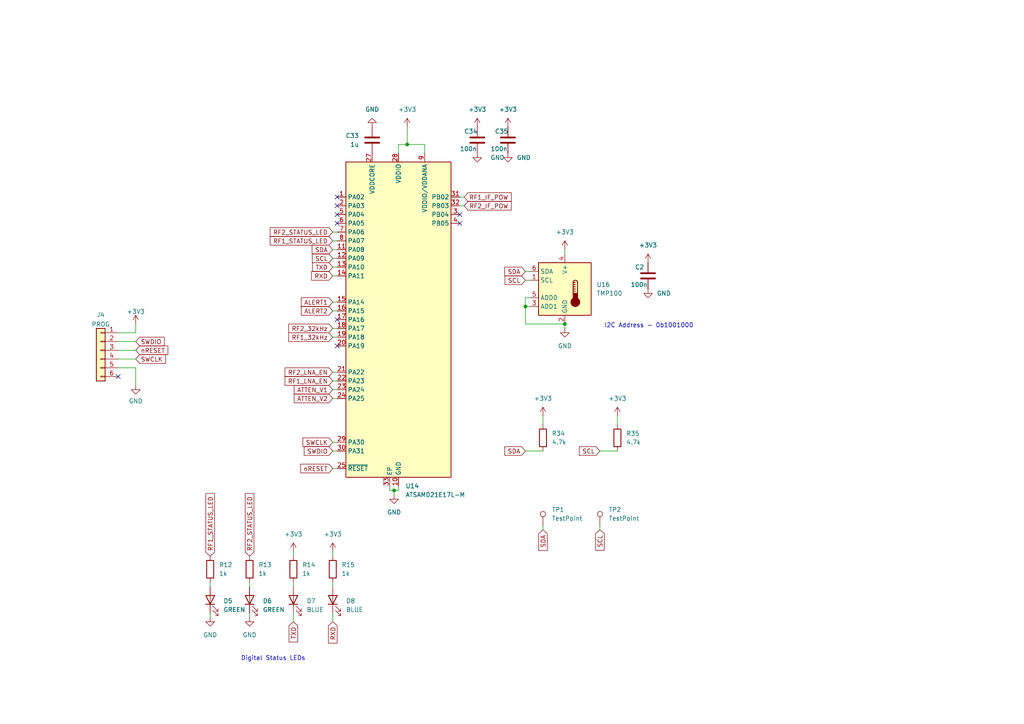
<source format=kicad_sch>
(kicad_sch (version 20211123) (generator eeschema)
  (paper "A4")
  (lib_symbols
    (symbol "Connector:TestPoint" (pin_numbers hide) (pin_names (offset 0.762) hide)
      (property "Reference" "TP" (at 0 6.858 0))
      (property "Value" "TestPoint" (at 0 5.08 0))
      (symbol "TestPoint_0_1"
        (circle (center 0 3.302) (radius 0.762))
      )
      (symbol "TestPoint_1_1"
        (pin passive line (at 0 0 90) (length 2.54) (name "1") (number "1"))
      )
    )
    (symbol "Connector_Generic:Conn_01x06" (pin_names (offset 1.016) hide)
      (property "Reference" "J" (at 0 7.62 0))
      (property "Value" "Conn_01x06" (at 0 -10.16 0))
      (symbol "Conn_01x06_1_1"
        (rectangle (start -1.27 -7.493) (end 0 -7.747) (stroke (width 0.1524)))
        (rectangle (start -1.27 -4.953) (end 0 -5.207) (stroke (width 0.1524)))
        (rectangle (start -1.27 -2.413) (end 0 -2.667) (stroke (width 0.1524)))
        (rectangle (start -1.27 0.127) (end 0 -0.127) (stroke (width 0.1524)))
        (rectangle (start -1.27 2.667) (end 0 2.413) (stroke (width 0.1524)))
        (rectangle (start -1.27 5.207) (end 0 4.953) (stroke (width 0.1524)))
        (rectangle (start -1.27 6.35) (end 1.27 -8.89) (stroke (width 0.254)) (fill (type background)))
        (pin passive line (at -5.08 5.08 0) (length 3.81) (name "Pin_1") (number "1"))
        (pin passive line (at -5.08 2.54 0) (length 3.81) (name "Pin_2") (number "2"))
        (pin passive line (at -5.08 0 0) (length 3.81) (name "Pin_3") (number "3"))
        (pin passive line (at -5.08 -2.54 0) (length 3.81) (name "Pin_4") (number "4"))
        (pin passive line (at -5.08 -5.08 0) (length 3.81) (name "Pin_5") (number "5"))
        (pin passive line (at -5.08 -7.62 0) (length 3.81) (name "Pin_6") (number "6"))
      )
    )
    (symbol "Device:C" (pin_numbers hide) (pin_names (offset 0.254))
      (property "Reference" "C" (at 0.635 2.54 0))
      (property "Value" "C" (at 0.635 -2.54 0))
      (symbol "C_0_1"
        (polyline (pts (xy -2.032 -0.762) (xy 2.032 -0.762)) (stroke (width 0.508)))
        (polyline (pts (xy -2.032 0.762) (xy 2.032 0.762)) (stroke (width 0.508)))
      )
      (symbol "C_1_1"
        (pin passive line (at 0 3.81 270) (length 2.794) (name "~") (number "1"))
        (pin passive line (at 0 -3.81 90) (length 2.794) (name "~") (number "2"))
      )
    )
    (symbol "Device:LED" (pin_numbers hide) (pin_names (offset 1.016) hide)
      (property "Reference" "D" (at 0 2.54 0))
      (property "Value" "LED" (at 0 -2.54 0))
      (symbol "LED_0_1"
        (polyline (pts (xy -1.27 -1.27) (xy -1.27 1.27)) (stroke (width 0.254)))
        (polyline (pts (xy -1.27 0) (xy 1.27 0)))
        (polyline (pts (xy 1.27 -1.27) (xy 1.27 1.27) (xy -1.27 0) (xy 1.27 -1.27)) (stroke (width 0.254)))
        (polyline (pts (xy -3.048 -0.762) (xy -4.572 -2.286) (xy -3.81 -2.286) (xy -4.572 -2.286) (xy -4.572 -1.524)))
        (polyline (pts (xy -1.778 -0.762) (xy -3.302 -2.286) (xy -2.54 -2.286) (xy -3.302 -2.286) (xy -3.302 -1.524)))
      )
      (symbol "LED_1_1"
        (pin passive line (at -3.81 0 0) (length 2.54) (name "K") (number "1"))
        (pin passive line (at 3.81 0 180) (length 2.54) (name "A") (number "2"))
      )
    )
    (symbol "Device:R" (pin_numbers hide) (pin_names (offset 0))
      (property "Reference" "R" (at 2.032 0 90))
      (property "Value" "R" (at 0 0 90))
      (symbol "R_0_1"
        (rectangle (start -1.016 -2.54) (end 1.016 2.54) (stroke (width 0.254)))
      )
      (symbol "R_1_1"
        (pin passive line (at 0 3.81 270) (length 1.27) (name "~") (number "1"))
        (pin passive line (at 0 -3.81 90) (length 1.27) (name "~") (number "2"))
      )
    )
    (symbol "MCU_Microchip_SAMD:ATSAMD21E17L-M"
      (property "Reference" "U" (at -13.97 46.99 0))
      (property "Value" "ATSAMD21E17L-M" (at 16.51 46.99 0))
      (symbol "ATSAMD21E17L-M_1_1"
        (rectangle (start -15.24 45.72) (end 15.24 -45.72) (stroke (width 0.254)) (fill (type background)))
        (pin bidirectional line (at -17.78 35.56 0) (length 2.54) (name "PA02") (number "1"))
        (pin power_in line (at 0 -48.26 90) (length 2.54) (name "GND") (number "10"))
        (pin bidirectional line (at -17.78 20.32 0) (length 2.54) (name "PA08") (number "11"))
        (pin bidirectional line (at -17.78 17.78 0) (length 2.54) (name "PA09") (number "12"))
        (pin bidirectional line (at -17.78 15.24 0) (length 2.54) (name "PA10") (number "13"))
        (pin bidirectional line (at -17.78 12.7 0) (length 2.54) (name "PA11") (number "14"))
        (pin bidirectional line (at -17.78 5.08 0) (length 2.54) (name "PA14") (number "15"))
        (pin bidirectional line (at -17.78 2.54 0) (length 2.54) (name "PA15") (number "16"))
        (pin bidirectional line (at -17.78 0 0) (length 2.54) (name "PA16") (number "17"))
        (pin bidirectional line (at -17.78 -2.54 0) (length 2.54) (name "PA17") (number "18"))
        (pin bidirectional line (at -17.78 -5.08 0) (length 2.54) (name "PA18") (number "19"))
        (pin bidirectional line (at -17.78 33.02 0) (length 2.54) (name "PA03") (number "2"))
        (pin bidirectional line (at -17.78 -7.62 0) (length 2.54) (name "PA19") (number "20"))
        (pin bidirectional line (at -17.78 -15.24 0) (length 2.54) (name "PA22") (number "21"))
        (pin bidirectional line (at -17.78 -17.78 0) (length 2.54) (name "PA23") (number "22"))
        (pin bidirectional line (at -17.78 -20.32 0) (length 2.54) (name "PA24") (number "23"))
        (pin bidirectional line (at -17.78 -22.86 0) (length 2.54) (name "PA25") (number "24"))
        (pin input line (at -17.78 -43.18 0) (length 2.54) (name "~{RESET}") (number "25"))
        (pin passive line (at 0 -48.26 90) (length 2.54) hide (name "GND") (number "26"))
        (pin power_out line (at -7.62 48.26 270) (length 2.54) (name "VDDCORE") (number "27"))
        (pin power_in line (at 0 48.26 270) (length 2.54) (name "VDDIO") (number "28"))
        (pin bidirectional line (at -17.78 -35.56 0) (length 2.54) (name "PA30") (number "29"))
        (pin bidirectional line (at 17.78 30.48 180) (length 2.54) (name "PB04") (number "3"))
        (pin bidirectional line (at -17.78 -38.1 0) (length 2.54) (name "PA31") (number "30"))
        (pin bidirectional line (at 17.78 35.56 180) (length 2.54) (name "PB02") (number "31"))
        (pin bidirectional line (at 17.78 33.02 180) (length 2.54) (name "PB03") (number "32"))
        (pin passive line (at -2.54 -48.26 90) (length 2.54) (name "EP") (number "33"))
        (pin bidirectional line (at 17.78 27.94 180) (length 2.54) (name "PB05") (number "4"))
        (pin bidirectional line (at -17.78 30.48 0) (length 2.54) (name "PA04") (number "5"))
        (pin bidirectional line (at -17.78 27.94 0) (length 2.54) (name "PA05") (number "6"))
        (pin bidirectional line (at -17.78 25.4 0) (length 2.54) (name "PA06") (number "7"))
        (pin bidirectional line (at -17.78 22.86 0) (length 2.54) (name "PA07") (number "8"))
        (pin power_in line (at 7.62 48.26 270) (length 2.54) (name "VDDIO/VDDANA") (number "9"))
      )
    )
    (symbol "Sensor_Temperature:TMP100"
      (property "Reference" "U" (at 10.16 6.35 0))
      (property "Value" "TMP100" (at 12.7 3.81 0))
      (symbol "TMP100_0_1"
        (rectangle (start -7.62 7.62) (end 7.62 -7.62) (stroke (width 0.254)) (fill (type background)))
      )
      (symbol "TMP100_1_1"
        (polyline (pts (xy 2.413 -0.635) (xy 3.048 -0.635)) (stroke (width 0.254)))
        (polyline (pts (xy 2.413 0) (xy 3.048 0)) (stroke (width 0.254)))
        (polyline (pts (xy 2.413 0.635) (xy 3.048 0.635)) (stroke (width 0.254)))
        (polyline (pts (xy 2.413 1.27) (xy 3.048 1.27)) (stroke (width 0.254)))
        (polyline (pts (xy 2.413 1.905) (xy 2.413 -1.27)) (stroke (width 0.254)))
        (polyline (pts (xy 2.413 1.905) (xy 3.048 1.905)) (stroke (width 0.254)))
        (polyline (pts (xy 3.683 1.905) (xy 3.683 -1.27)) (stroke (width 0.254)))
        (circle (center 3.048 -3.81) (radius 1.27) (stroke (width 0.254)) (fill (type outline)))
        (rectangle (start 3.683 -3.175) (end 2.413 -1.27) (stroke (width 0.254)) (fill (type outline)))
        (arc (start 3.683 1.905) (mid 3.048 2.54) (end 2.413 1.905) (stroke (width 0.254)))
        (pin input line (at -10.16 2.54 0) (length 2.54) (name "SCL") (number "1"))
        (pin power_in line (at 0 -10.16 90) (length 2.54) (name "GND") (number "2"))
        (pin input line (at -10.16 -5.08 0) (length 2.54) (name "ADD1") (number "3"))
        (pin power_in line (at 0 10.16 270) (length 2.54) (name "V+") (number "4"))
        (pin input line (at -10.16 -2.54 0) (length 2.54) (name "ADD0") (number "5"))
        (pin bidirectional line (at -10.16 5.08 0) (length 2.54) (name "SDA") (number "6"))
      )
    )
    (symbol "power:+3.3V" (power) (pin_names (offset 0))
      (property "Value" "+3.3V" (at 0 3.556 0))
      (symbol "+3.3V_0_1"
        (polyline (pts (xy -0.762 1.27) (xy 0 2.54)))
        (polyline (pts (xy 0 0) (xy 0 2.54)))
        (polyline (pts (xy 0 2.54) (xy 0.762 1.27)))
      )
      (symbol "+3.3V_1_1"
        (pin power_in line (at 0 0 90) (length 0) hide (name "+3V3") (number "1"))
      )
    )
    (symbol "power:+3V3" (power) (pin_names (offset 0))
      (property "Value" "+3V3" (at 0 3.556 0))
      (symbol "+3V3_0_1"
        (polyline (pts (xy -0.762 1.27) (xy 0 2.54)))
        (polyline (pts (xy 0 0) (xy 0 2.54)))
        (polyline (pts (xy 0 2.54) (xy 0.762 1.27)))
      )
      (symbol "+3V3_1_1"
        (pin power_in line (at 0 0 90) (length 0) hide (name "+3V3") (number "1"))
      )
    )
    (symbol "power:GND" (power) (pin_names (offset 0))
      (property "Value" "GND" (at 0 -3.81 0))
      (symbol "GND_0_1"
        (polyline (pts (xy 0 0) (xy 0 -1.27) (xy 1.27 -1.27) (xy 0 -2.54) (xy -1.27 -1.27) (xy 0 -1.27)))
      )
      (symbol "GND_1_1"
        (pin power_in line (at 0 0 270) (length 0) hide (name "GND") (number "1"))
      )
    )
  )
  (junction (at 152.4 88.9))
  (junction (at 118.11 41.91))
  (junction (at 163.83 93.98))
  (junction (at 114.3 142.24))
  (no_connect (at 97.79 92.71))
  (no_connect (at 133.35 62.23))
  (no_connect (at 133.35 64.77))
  (no_connect (at 97.79 64.77))
  (no_connect (at 97.79 62.23))
  (no_connect (at 97.79 59.69))
  (no_connect (at 97.79 100.33))
  (no_connect (at 97.79 57.15))
  (no_connect (at 34.29 109.22))
  (wire (pts (xy 39.37 93.98) (xy 39.37 96.52)))
  (wire (pts (xy 96.52 69.85) (xy 97.79 69.85)))
  (wire (pts (xy 96.52 115.57) (xy 97.79 115.57)))
  (wire (pts (xy 173.99 152.4) (xy 173.99 153.67)))
  (wire (pts (xy 34.29 104.14) (xy 39.37 104.14)))
  (wire (pts (xy 133.35 59.69) (xy 134.62 59.69)))
  (wire (pts (xy 96.52 135.89) (xy 97.79 135.89)))
  (wire (pts (xy 152.4 81.28) (xy 153.67 81.28)))
  (wire (pts (xy 153.67 88.9) (xy 152.4 88.9)))
  (wire (pts (xy 113.03 142.24) (xy 114.3 142.24)))
  (wire (pts (xy 60.96 177.8) (xy 60.96 179.07)))
  (wire (pts (xy 118.11 41.91) (xy 123.19 41.91)))
  (wire (pts (xy 113.03 140.97) (xy 113.03 142.24)))
  (wire (pts (xy 96.52 128.27) (xy 97.79 128.27)))
  (wire (pts (xy 152.4 88.9) (xy 152.4 86.36)))
  (wire (pts (xy 96.52 67.31) (xy 97.79 67.31)))
  (wire (pts (xy 118.11 36.83) (xy 118.11 41.91)))
  (wire (pts (xy 115.57 44.45) (xy 115.57 41.91)))
  (wire (pts (xy 60.96 168.91) (xy 60.96 170.18)))
  (wire (pts (xy 96.52 113.03) (xy 97.79 113.03)))
  (wire (pts (xy 96.52 77.47) (xy 97.79 77.47)))
  (wire (pts (xy 114.3 142.24) (xy 114.3 143.51)))
  (wire (pts (xy 123.19 41.91) (xy 123.19 44.45)))
  (wire (pts (xy 152.4 130.81) (xy 157.48 130.81)))
  (wire (pts (xy 115.57 41.91) (xy 118.11 41.91)))
  (wire (pts (xy 96.52 97.79) (xy 97.79 97.79)))
  (wire (pts (xy 133.35 57.15) (xy 134.62 57.15)))
  (wire (pts (xy 163.83 93.98) (xy 152.4 93.98)))
  (wire (pts (xy 157.48 120.65) (xy 157.48 123.19)))
  (wire (pts (xy 39.37 106.68) (xy 39.37 111.76)))
  (wire (pts (xy 85.09 160.02) (xy 85.09 161.29)))
  (wire (pts (xy 72.39 177.8) (xy 72.39 179.07)))
  (wire (pts (xy 152.4 86.36) (xy 153.67 86.36)))
  (wire (pts (xy 152.4 78.74) (xy 153.67 78.74)))
  (wire (pts (xy 85.09 177.8) (xy 85.09 180.34)))
  (wire (pts (xy 173.99 130.81) (xy 179.07 130.81)))
  (wire (pts (xy 96.52 130.81) (xy 97.79 130.81)))
  (wire (pts (xy 96.52 95.25) (xy 97.79 95.25)))
  (wire (pts (xy 34.29 101.6) (xy 39.37 101.6)))
  (wire (pts (xy 39.37 96.52) (xy 34.29 96.52)))
  (wire (pts (xy 96.52 72.39) (xy 97.79 72.39)))
  (wire (pts (xy 114.3 142.24) (xy 115.57 142.24)))
  (wire (pts (xy 34.29 106.68) (xy 39.37 106.68)))
  (wire (pts (xy 115.57 142.24) (xy 115.57 140.97)))
  (wire (pts (xy 152.4 93.98) (xy 152.4 88.9)))
  (wire (pts (xy 85.09 168.91) (xy 85.09 170.18)))
  (wire (pts (xy 179.07 120.65) (xy 179.07 123.19)))
  (wire (pts (xy 96.52 87.63) (xy 97.79 87.63)))
  (wire (pts (xy 96.52 90.17) (xy 97.79 90.17)))
  (wire (pts (xy 163.83 93.98) (xy 163.83 95.25)))
  (wire (pts (xy 96.52 160.02) (xy 96.52 161.29)))
  (wire (pts (xy 96.52 80.01) (xy 97.79 80.01)))
  (wire (pts (xy 96.52 110.49) (xy 97.79 110.49)))
  (wire (pts (xy 96.52 74.93) (xy 97.79 74.93)))
  (wire (pts (xy 163.83 73.66) (xy 163.83 72.39)))
  (wire (pts (xy 96.52 177.8) (xy 96.52 180.34)))
  (wire (pts (xy 157.48 152.4) (xy 157.48 153.67)))
  (wire (pts (xy 96.52 168.91) (xy 96.52 170.18)))
  (wire (pts (xy 72.39 168.91) (xy 72.39 170.18)))
  (wire (pts (xy 34.29 99.06) (xy 39.37 99.06)))
  (wire (pts (xy 96.52 107.95) (xy 97.79 107.95)))
  (text "Digital Status LEDs" (at 69.85 191.77 0) (effects (font (size 1.27 1.27)) (justify left bottom)))
  (text "I2C Address - 0b1001000" (at 175.26 95.25 0) (effects (font (size 1.27 1.27)) (justify left bottom)))
  (global_label "RF2_STATUS_LED" (shape input) (at 96.52 67.31 180) (property "Intersheet References" "${INTERSHEET_REFS}" (effects hide)))
  (global_label "SCL" (shape input) (at 173.99 130.81 180) (property "Intersheet References" "${INTERSHEET_REFS}" (effects hide)))
  (global_label "TXD" (shape input) (at 85.09 180.34 270) (property "Intersheet References" "${INTERSHEET_REFS}" (effects hide)))
  (global_label "SDA" (shape input) (at 157.48 153.67 270) (property "Intersheet References" "${INTERSHEET_REFS}" (effects hide)))
  (global_label "SCL" (shape input) (at 96.52 74.93 180) (property "Intersheet References" "${INTERSHEET_REFS}" (effects hide)))
  (global_label "RF2_LNA_EN" (shape input) (at 96.52 107.95 180) (property "Intersheet References" "${INTERSHEET_REFS}" (effects hide)))
  (global_label "SDA" (shape input) (at 96.52 72.39 180) (property "Intersheet References" "${INTERSHEET_REFS}" (effects hide)))
  (global_label "RF1_LNA_EN" (shape input) (at 96.52 110.49 180) (property "Intersheet References" "${INTERSHEET_REFS}" (effects hide)))
  (global_label "SWCLK" (shape input) (at 96.52 128.27 180) (property "Intersheet References" "${INTERSHEET_REFS}" (effects hide)))
  (global_label "RF1_STATUS_LED" (shape input) (at 60.96 161.29 90) (property "Intersheet References" "${INTERSHEET_REFS}" (effects hide)))
  (global_label "SWDIO" (shape input) (at 39.37 99.06 0) (property "Intersheet References" "${INTERSHEET_REFS}" (effects hide)))
  (global_label "RF2_32kHz" (shape input) (at 96.52 95.25 180) (property "Intersheet References" "${INTERSHEET_REFS}" (effects hide)))
  (global_label "RF1_32kHz" (shape input) (at 96.52 97.79 180) (property "Intersheet References" "${INTERSHEET_REFS}" (effects hide)))
  (global_label "TXD" (shape input) (at 96.52 77.47 180) (property "Intersheet References" "${INTERSHEET_REFS}" (effects hide)))
  (global_label "ALERT2" (shape input) (at 96.52 90.17 180) (property "Intersheet References" "${INTERSHEET_REFS}" (effects hide)))
  (global_label "RXD" (shape input) (at 96.52 180.34 270) (property "Intersheet References" "${INTERSHEET_REFS}" (effects hide)))
  (global_label "ATTEN_V2" (shape input) (at 96.52 115.57 180) (property "Intersheet References" "${INTERSHEET_REFS}" (effects hide)))
  (global_label "SCL" (shape input) (at 173.99 153.67 270) (property "Intersheet References" "${INTERSHEET_REFS}" (effects hide)))
  (global_label "RXD" (shape input) (at 96.52 80.01 180) (property "Intersheet References" "${INTERSHEET_REFS}" (effects hide)))
  (global_label "nRESET" (shape input) (at 39.37 101.6 0) (property "Intersheet References" "${INTERSHEET_REFS}" (effects hide)))
  (global_label "SWDIO" (shape input) (at 96.52 130.81 180) (property "Intersheet References" "${INTERSHEET_REFS}" (effects hide)))
  (global_label "RF2_STATUS_LED" (shape input) (at 72.39 161.29 90) (property "Intersheet References" "${INTERSHEET_REFS}" (effects hide)))
  (global_label "RF2_IF_POW" (shape input) (at 134.62 59.69 0) (property "Intersheet References" "${INTERSHEET_REFS}" (effects hide)))
  (global_label "SDA" (shape input) (at 152.4 130.81 180) (property "Intersheet References" "${INTERSHEET_REFS}" (effects hide)))
  (global_label "RF1_IF_POW" (shape input) (at 134.62 57.15 0) (property "Intersheet References" "${INTERSHEET_REFS}" (effects hide)))
  (global_label "nRESET" (shape input) (at 96.52 135.89 180) (property "Intersheet References" "${INTERSHEET_REFS}" (effects hide)))
  (global_label "SCL" (shape input) (at 152.4 81.28 180) (property "Intersheet References" "${INTERSHEET_REFS}" (effects hide)))
  (global_label "SWCLK" (shape input) (at 39.37 104.14 0) (property "Intersheet References" "${INTERSHEET_REFS}" (effects hide)))
  (global_label "SDA" (shape input) (at 152.4 78.74 180) (property "Intersheet References" "${INTERSHEET_REFS}" (effects hide)))
  (global_label "RF1_STATUS_LED" (shape input) (at 96.52 69.85 180) (property "Intersheet References" "${INTERSHEET_REFS}" (effects hide)))
  (global_label "ATTEN_V1" (shape input) (at 96.52 113.03 180) (property "Intersheet References" "${INTERSHEET_REFS}" (effects hide)))
  (global_label "ALERT1" (shape input) (at 96.52 87.63 180) (property "Intersheet References" "${INTERSHEET_REFS}" (effects hide)))
  (symbol (lib_id "power:GND") (at 138.43 44.45 0) (unit 1)
    (property "Reference" "#PWR053" (effects hide))
    (property "Value" "GND" (at 142.24 45.7199 0) (effects (justify left)))
  )
  (symbol (lib_id "Device:LED") (at 72.39 173.99 90) (unit 1)
    (property "Reference" "D6" (at 76.2 174.3074 90) (effects (justify right)))
    (property "Value" "GREEN" (at 76.2 176.8474 90) (effects (justify right)))
    (property "Footprint" "LED_SMD:LED_0603_1608Metric" (effects hide))
    (property "PartNumber" "LTST-C193TGKT-5A" (effects hide))
  )
  (symbol (lib_id "power:GND") (at 39.37 111.76 0) (unit 1)
    (property "Reference" "#PWR045" (effects hide))
    (property "Value" "GND" (at 39.37 116.3225 0))
  )
  (symbol (lib_id "power:+3.3V") (at 118.11 36.83 0) (unit 1)
    (property "Reference" "#PWR051" (effects hide))
    (property "Value" "+3.3V" (at 118.11 31.75 0))
  )
  (symbol (lib_id "power:+3.3V") (at 138.43 36.83 0) (unit 1)
    (property "Reference" "#PWR052" (effects hide))
    (property "Value" "+3.3V" (at 138.43 31.75 0))
  )
  (symbol (lib_id "power:+3.3V") (at 187.96 76.2 0) (unit 1)
    (property "Reference" "#PWR0117" (effects hide))
    (property "Value" "+3.3V" (at 187.96 71.12 0))
  )
  (symbol (lib_id "Device:R") (at 60.96 165.1 0) (unit 1)
    (property "Reference" "R12" (at 63.5 163.8299 0) (effects (justify left)))
    (property "Value" "1k" (at 63.5 166.3699 0) (effects (justify left)))
    (property "Footprint" "Resistor_SMD:R_0402_1005Metric" (effects hide))
    (property "PartNumber" "RC0402JR-071KL" (effects hide))
  )
  (symbol (lib_id "power:GND") (at 147.32 44.45 0) (unit 1)
    (property "Reference" "#PWR055" (effects hide))
    (property "Value" "GND" (at 149.86 45.7199 0) (effects (justify left)))
  )
  (symbol (lib_id "power:+3.3V") (at 147.32 36.83 0) (unit 1)
    (property "Reference" "#PWR054" (effects hide))
    (property "Value" "+3.3V" (at 147.32 31.75 0))
  )
  (symbol (lib_id "power:+3.3V") (at 96.52 160.02 0) (unit 1)
    (property "Reference" "#PWR049" (effects hide))
    (property "Value" "+3.3V" (at 96.52 154.94 0))
  )
  (symbol (lib_id "Device:LED") (at 85.09 173.99 90) (unit 1)
    (property "Reference" "D7" (at 88.9 174.3074 90) (effects (justify right)))
    (property "Value" "BLUE" (at 88.9 176.8474 90) (effects (justify right)))
    (property "Footprint" "LED_SMD:LED_0603_1608Metric" (effects hide))
    (property "PartNumber" "LTST-C193TBKT-5A" (effects hide))
  )
  (symbol (lib_id "MCU_Microchip_SAMD:ATSAMD21E17L-M") (at 115.57 92.71 0) (unit 1)
    (property "Reference" "U14" (at 117.5894 140.97 0) (effects (justify left)))
    (property "Value" "ATSAMD21E17L-M" (at 117.5894 143.51 0) (effects (justify left)))
    (property "Footprint" "Package_DFN_QFN:QFN-32-1EP_5x5mm_P0.5mm_EP3.6x3.6mm" (effects hide))
    (property "Datasheet" "http://ww1.microchip.com/downloads/en/DeviceDoc/SAM_D21_DA1_Family_Data%20Sheet_DS40001882E.pdf" (effects hide))
    (property "PartNumber" "ATSAMD21E17L-MN" (effects hide))
  )
  (symbol (lib_id "power:GND") (at 187.96 83.82 0) (unit 1)
    (property "Reference" "#PWR0118" (effects hide))
    (property "Value" "GND" (at 190.5 85.0899 0) (effects (justify left)))
  )
  (symbol (lib_id "Device:R") (at 85.09 165.1 0) (unit 1)
    (property "Reference" "R14" (at 87.63 163.8299 0) (effects (justify left)))
    (property "Value" "1k" (at 87.63 166.3699 0) (effects (justify left)))
    (property "Footprint" "Resistor_SMD:R_0402_1005Metric" (effects hide))
    (property "PartNumber" "RC0402JR-071KL" (effects hide))
  )
  (symbol (lib_id "Connector_Generic:Conn_01x06") (at 29.21 101.6 0) (mirror y) (unit 1)
    (property "Reference" "J4" (at 29.21 91.2835 0))
    (property "Value" "PROG" (at 29.21 94.0586 0))
    (property "Footprint" "Connector:Tag-Connect_TC2030-IDC-NL_2x03_P1.27mm_Vertical" (effects hide))
  )
  (symbol (lib_id "Device:C") (at 107.95 40.64 0) (mirror x) (unit 1)
    (property "Reference" "C33" (at 104.14 39.3699 0) (effects (justify right)))
    (property "Value" "1u" (at 104.14 41.9099 0) (effects (justify right)))
    (property "Footprint" "Capacitor_SMD:C_0805_2012Metric" (effects hide))
    (property "PartNumber" "UMK212B7105KG-T" (effects hide))
  )
  (symbol (lib_id "Device:LED") (at 60.96 173.99 90) (unit 1)
    (property "Reference" "D5" (at 64.77 174.3074 90) (effects (justify right)))
    (property "Value" "GREEN" (at 64.77 176.8474 90) (effects (justify right)))
    (property "Footprint" "LED_SMD:LED_0603_1608Metric" (effects hide))
    (property "PartNumber" "LTST-C193TGKT-5A" (effects hide))
  )
  (symbol (lib_id "Device:R") (at 96.52 165.1 0) (unit 1)
    (property "Reference" "R15" (at 99.06 163.8299 0) (effects (justify left)))
    (property "Value" "1k" (at 99.06 166.3699 0) (effects (justify left)))
    (property "Footprint" "Resistor_SMD:R_0402_1005Metric" (effects hide))
    (property "PartNumber" "RC0402JR-071KL" (effects hide))
  )
  (symbol (lib_id "power:GND") (at 72.39 179.07 0) (unit 1)
    (property "Reference" "#PWR047" (effects hide))
    (property "Value" "GND" (at 72.39 184.15 0))
  )
  (symbol (lib_id "Device:R") (at 179.07 127 0) (unit 1)
    (property "Reference" "R35" (at 181.61 125.7299 0) (effects (justify left)))
    (property "Value" "4.7k" (at 181.61 128.2699 0) (effects (justify left)))
    (property "Footprint" "Resistor_SMD:R_0402_1005Metric" (effects hide))
    (property "PartNumber" "RC0402FR-0712K4L" (effects hide))
  )
  (symbol (lib_id "Device:LED") (at 96.52 173.99 90) (unit 1)
    (property "Reference" "D8" (at 100.33 174.3074 90) (effects (justify right)))
    (property "Value" "BLUE" (at 100.33 176.8474 90) (effects (justify right)))
    (property "Footprint" "LED_SMD:LED_0603_1608Metric" (effects hide))
    (property "PartNumber" "LTST-C193TBKT-5A" (effects hide))
  )
  (symbol (lib_id "power:GND") (at 163.83 95.25 0) (unit 1)
    (property "Reference" "#PWR0116" (effects hide))
    (property "Value" "GND" (at 163.83 100.33 0))
  )
  (symbol (lib_id "Device:R") (at 157.48 127 0) (unit 1)
    (property "Reference" "R34" (at 160.02 125.7299 0) (effects (justify left)))
    (property "Value" "4.7k" (at 160.02 128.2699 0) (effects (justify left)))
    (property "Footprint" "Resistor_SMD:R_0402_1005Metric" (effects hide))
    (property "PartNumber" "RC0402FR-0712K4L" (effects hide))
  )
  (symbol (lib_id "power:+3.3V") (at 179.07 120.65 0) (unit 1)
    (property "Reference" "#PWR0113" (effects hide))
    (property "Value" "+3.3V" (at 179.07 115.57 0))
  )
  (symbol (lib_id "power:GND") (at 60.96 179.07 0) (unit 1)
    (property "Reference" "#PWR046" (effects hide))
    (property "Value" "GND" (at 60.96 184.15 0))
  )
  (symbol (lib_id "Connector:TestPoint") (at 157.48 152.4 0) (unit 1)
    (property "Reference" "TP1" (at 160.02 147.8279 0) (effects (justify left)))
    (property "Value" "TestPoint" (at 160.02 150.3679 0) (effects (justify left)))
    (property "Footprint" "TestPoint:TestPoint_Pad_D1.0mm" (effects hide))
  )
  (symbol (lib_id "power:+3.3V") (at 85.09 160.02 0) (unit 1)
    (property "Reference" "#PWR048" (effects hide))
    (property "Value" "+3.3V" (at 85.09 154.94 0))
  )
  (symbol (lib_id "Sensor_Temperature:TMP100") (at 163.83 83.82 0) (unit 1)
    (property "Reference" "U16" (at 172.9994 82.5499 0) (effects (justify left)))
    (property "Value" "TMP100" (at 172.9994 85.0899 0) (effects (justify left)))
    (property "Footprint" "Package_TO_SOT_SMD:SOT-23-6" (effects hide))
    (property "Datasheet" "http://www.ti.com/lit/gpn/tmp100" (effects hide))
    (property "PartNumber" "TMP100MDBVREP" (effects hide))
  )
  (symbol (lib_id "Device:C") (at 138.43 40.64 0) (unit 1)
    (property "Reference" "C34" (at 134.62 38.1 0) (effects (justify left)))
    (property "Value" "100n" (at 133.35 43.18 0) (effects (justify left)))
    (property "Footprint" "Capacitor_SMD:C_0402_1005Metric" (effects hide))
    (property "PartNumber" "CL05A104KA5NNNC" (effects hide))
  )
  (symbol (lib_id "power:+3V3") (at 39.37 93.98 0) (unit 1)
    (property "Reference" "#PWR044" (effects hide))
    (property "Value" "+3V3" (at 39.37 90.3755 0))
  )
  (symbol (lib_id "Device:R") (at 72.39 165.1 0) (unit 1)
    (property "Reference" "R13" (at 74.93 163.8299 0) (effects (justify left)))
    (property "Value" "1k" (at 74.93 166.3699 0) (effects (justify left)))
    (property "Footprint" "Resistor_SMD:R_0402_1005Metric" (effects hide))
    (property "PartNumber" "RC0402JR-071KL" (effects hide))
  )
  (symbol (lib_id "power:+3.3V") (at 157.48 120.65 0) (unit 1)
    (property "Reference" "#PWR0112" (effects hide))
    (property "Value" "+3.3V" (at 157.48 115.57 0))
  )
  (symbol (lib_id "Device:C") (at 187.96 80.01 0) (unit 1)
    (property "Reference" "C2" (at 184.15 77.47 0) (effects (justify left)))
    (property "Value" "100n" (at 182.88 82.55 0) (effects (justify left)))
    (property "Footprint" "Capacitor_SMD:C_0402_1005Metric" (effects hide))
    (property "PartNumber" "CL05A104KA5NNNC" (effects hide))
  )
  (symbol (lib_id "power:GND") (at 107.95 36.83 180) (unit 1)
    (property "Reference" "#PWR050" (effects hide))
    (property "Value" "GND" (at 107.95 31.75 0))
  )
  (symbol (lib_id "power:GND") (at 114.3 143.51 0) (unit 1)
    (property "Reference" "#PWR0111" (effects hide))
    (property "Value" "GND" (at 114.3 148.59 0))
  )
  (symbol (lib_id "Device:C") (at 147.32 40.64 0) (unit 1)
    (property "Reference" "C35" (at 143.51 38.1 0) (effects (justify left)))
    (property "Value" "100n" (at 142.24 43.18 0) (effects (justify left)))
    (property "Footprint" "Capacitor_SMD:C_0402_1005Metric" (effects hide))
    (property "PartNumber" "CL05A104KA5NNNC" (effects hide))
  )
  (symbol (lib_id "Connector:TestPoint") (at 173.99 152.4 0) (unit 1)
    (property "Reference" "TP2" (at 176.53 147.8279 0) (effects (justify left)))
    (property "Value" "TestPoint" (at 176.53 150.3679 0) (effects (justify left)))
    (property "Footprint" "TestPoint:TestPoint_Pad_D1.0mm" (effects hide))
  )
  (symbol (lib_id "power:+3.3V") (at 163.83 72.39 0) (unit 1)
    (property "Reference" "#PWR0115" (effects hide))
    (property "Value" "+3.3V" (at 163.83 67.31 0))
  )
)
</source>
